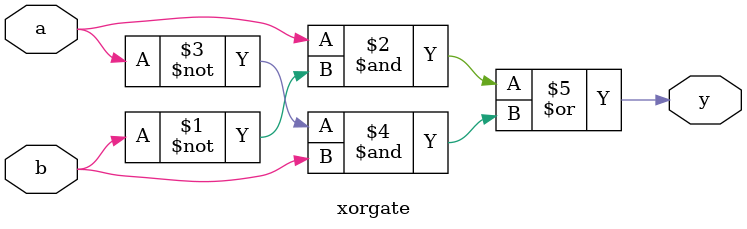
<source format=v>
module xorgate(a,b,y);
   
  input a,b;
  output y;
  
  assign y = a&~b | ~a&b;
  
endmodule
</source>
